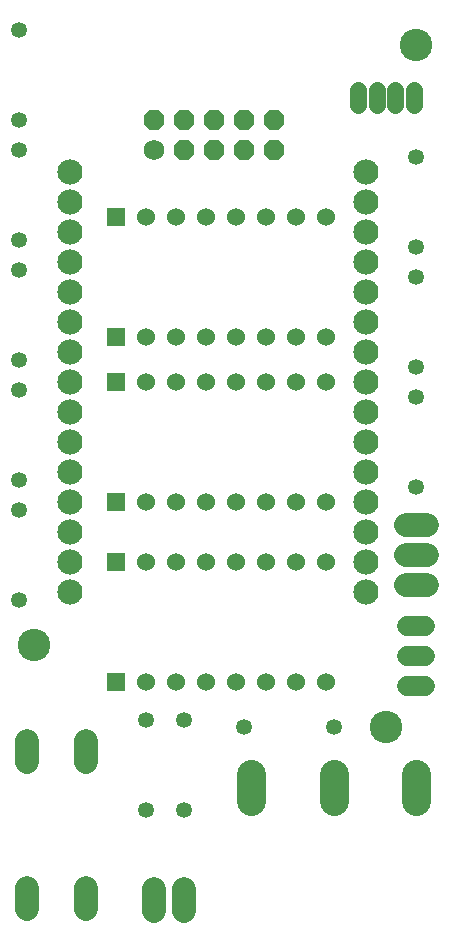
<source format=gbr>
G04 EAGLE Gerber RS-274X export*
G75*
%MOMM*%
%FSLAX34Y34*%
%LPD*%
%INSoldermask Top*%
%IPPOS*%
%AMOC8*
5,1,8,0,0,1.08239X$1,22.5*%
G01*
%ADD10C,2.743200*%
%ADD11C,1.346200*%
%ADD12R,1.524000X1.524000*%
%ADD13C,1.524000*%
%ADD14C,2.133600*%
%ADD15C,2.006600*%
%ADD16C,1.727200*%
%ADD17P,1.869504X8X202.500000*%
%ADD18C,1.403350*%
%ADD19C,1.993900*%
%ADD20C,2.451100*%
%ADD21C,1.703200*%


D10*
X355600Y749300D03*
X330200Y171450D03*
X31750Y241300D03*
D11*
X355600Y577850D03*
X355600Y654050D03*
D12*
X101600Y361950D03*
X101600Y463550D03*
D13*
X127000Y361950D03*
X127000Y463550D03*
X152400Y361950D03*
X152400Y463550D03*
X177800Y361950D03*
X177800Y463550D03*
X203200Y361950D03*
X203200Y463550D03*
X228600Y361950D03*
X228600Y463550D03*
X254000Y361950D03*
X254000Y463550D03*
X279400Y361950D03*
X279400Y463550D03*
D12*
X101600Y501650D03*
X101600Y603250D03*
D13*
X127000Y501650D03*
X127000Y603250D03*
X152400Y501650D03*
X152400Y603250D03*
X177800Y501650D03*
X177800Y603250D03*
X203200Y501650D03*
X203200Y603250D03*
X228600Y501650D03*
X228600Y603250D03*
X254000Y501650D03*
X254000Y603250D03*
X279400Y501650D03*
X279400Y603250D03*
D12*
X101600Y209550D03*
X101600Y311150D03*
D13*
X127000Y209550D03*
X127000Y311150D03*
X152400Y209550D03*
X152400Y311150D03*
X177800Y209550D03*
X177800Y311150D03*
X203200Y209550D03*
X203200Y311150D03*
X228600Y209550D03*
X228600Y311150D03*
X254000Y209550D03*
X254000Y311150D03*
X279400Y209550D03*
X279400Y311150D03*
D14*
X313200Y641450D03*
X313200Y616050D03*
X313200Y590650D03*
X313200Y565250D03*
X313200Y539850D03*
X313200Y514450D03*
X313200Y489050D03*
X313200Y463650D03*
X313200Y438250D03*
X313200Y412850D03*
X313200Y387450D03*
X313200Y362050D03*
X313200Y336650D03*
X313200Y311250D03*
X313200Y285850D03*
X62325Y641450D03*
X62325Y616050D03*
X62325Y590650D03*
X62325Y565250D03*
X62325Y539850D03*
X62325Y514450D03*
X62325Y489050D03*
X62325Y463650D03*
X62325Y438250D03*
X62325Y412850D03*
X62325Y387450D03*
X62325Y362050D03*
X62325Y336650D03*
X62325Y311250D03*
X62325Y285850D03*
D15*
X346583Y292100D02*
X364617Y292100D01*
X364617Y317500D02*
X346583Y317500D01*
X346583Y342900D02*
X364617Y342900D01*
D11*
X355600Y374650D03*
X355600Y450850D03*
D16*
X133350Y660400D03*
D17*
X133350Y685800D03*
X158750Y660400D03*
X158750Y685800D03*
X184150Y660400D03*
X184150Y685800D03*
X209550Y660400D03*
X209550Y685800D03*
X234950Y660400D03*
X234950Y685800D03*
D18*
X322263Y698849D02*
X322263Y710851D01*
X306705Y710851D02*
X306705Y698849D01*
X337820Y698849D02*
X337820Y710851D01*
X353378Y710851D02*
X353378Y698849D01*
D11*
X355600Y552450D03*
X355600Y476250D03*
X209550Y171450D03*
X285750Y171450D03*
X158750Y101600D03*
X158750Y177800D03*
X19050Y558800D03*
X19050Y482600D03*
X19050Y381000D03*
X19050Y457200D03*
X19050Y584200D03*
X19050Y660400D03*
X19050Y762000D03*
X19050Y685800D03*
X19050Y279400D03*
X19050Y355600D03*
D19*
X25908Y160338D02*
X25908Y142431D01*
X25908Y35370D02*
X25908Y17463D01*
X75692Y142431D02*
X75692Y160338D01*
X75692Y35370D02*
X75692Y17463D01*
D11*
X127000Y177800D03*
X127000Y101600D03*
D20*
X355600Y109411D02*
X355600Y131890D01*
X285750Y131890D02*
X285750Y109411D01*
X215900Y109411D02*
X215900Y131890D01*
D15*
X133350Y34417D02*
X133350Y16383D01*
X158750Y16383D02*
X158750Y34417D01*
D21*
X348100Y257175D02*
X363100Y257175D01*
X363100Y231775D02*
X348100Y231775D01*
X348100Y206375D02*
X363100Y206375D01*
M02*

</source>
